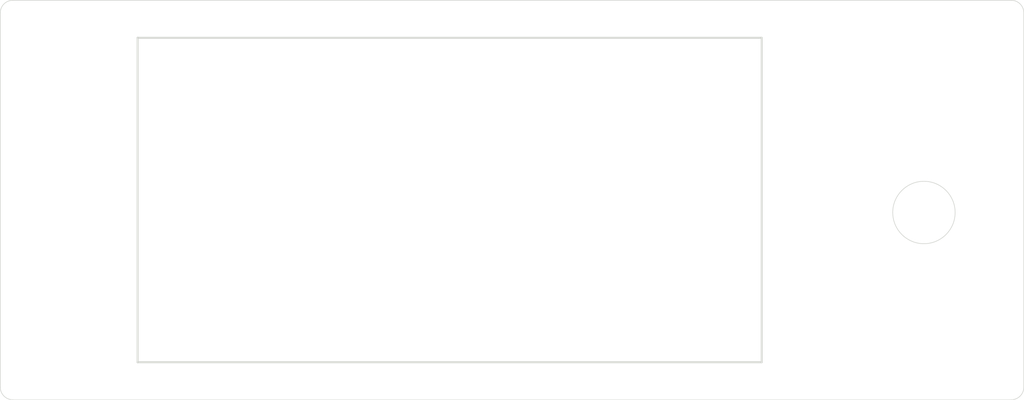
<source format=kicad_pcb>
(kicad_pcb (version 20171130) (host pcbnew "(5.1.2)-1")

  (general
    (thickness 1.6)
    (drawings 13)
    (tracks 0)
    (zones 0)
    (modules 2)
    (nets 1)
  )

  (page A4)
  (title_block
    (title "Perpetual Calendar")
    (date 2024-07-11)
    (rev v1.1)
    (company Crescent)
  )

  (layers
    (0 F.Cu signal)
    (31 B.Cu signal)
    (32 B.Adhes user)
    (33 F.Adhes user)
    (34 B.Paste user)
    (35 F.Paste user)
    (36 B.SilkS user)
    (37 F.SilkS user)
    (38 B.Mask user)
    (39 F.Mask user)
    (40 Dwgs.User user)
    (41 Cmts.User user)
    (42 Eco1.User user)
    (43 Eco2.User user)
    (44 Edge.Cuts user)
    (45 Margin user)
    (46 B.CrtYd user hide)
    (47 F.CrtYd user hide)
    (48 B.Fab user hide)
    (49 F.Fab user hide)
  )

  (setup
    (last_trace_width 0.2)
    (trace_clearance 0.12)
    (zone_clearance 0.508)
    (zone_45_only no)
    (trace_min 0.2)
    (via_size 0.8)
    (via_drill 0.4)
    (via_min_size 0.4)
    (via_min_drill 0.3)
    (uvia_size 0.3)
    (uvia_drill 0.1)
    (uvias_allowed no)
    (uvia_min_size 0.2)
    (uvia_min_drill 0.1)
    (edge_width 0.05)
    (segment_width 0.2)
    (pcb_text_width 0.3)
    (pcb_text_size 1.5 1.5)
    (mod_edge_width 0.12)
    (mod_text_size 1 1)
    (mod_text_width 0.15)
    (pad_size 2.5 2.5)
    (pad_drill 0)
    (pad_to_mask_clearance 0.051)
    (solder_mask_min_width 0.25)
    (aux_axis_origin 0 0)
    (visible_elements 7FFFFFFF)
    (pcbplotparams
      (layerselection 0x010fc_ffffffff)
      (usegerberextensions false)
      (usegerberattributes false)
      (usegerberadvancedattributes false)
      (creategerberjobfile false)
      (excludeedgelayer true)
      (linewidth 0.100000)
      (plotframeref false)
      (viasonmask false)
      (mode 1)
      (useauxorigin false)
      (hpglpennumber 1)
      (hpglpenspeed 20)
      (hpglpendiameter 15.000000)
      (psnegative false)
      (psa4output false)
      (plotreference true)
      (plotvalue true)
      (plotinvisibletext false)
      (padsonsilk false)
      (subtractmaskfromsilk true)
      (outputformat 1)
      (mirror false)
      (drillshape 0)
      (scaleselection 1)
      (outputdirectory "GERBER_FRONT/"))
  )

  (net 0 "")

  (net_class Default "これはデフォルトのネット クラスです。"
    (clearance 0.12)
    (trace_width 0.2)
    (via_dia 0.8)
    (via_drill 0.4)
    (uvia_dia 0.3)
    (uvia_drill 0.1)
  )

  (net_class POW ""
    (clearance 0.12)
    (trace_width 0.4)
    (via_dia 0.8)
    (via_drill 0.4)
    (uvia_dia 0.3)
    (uvia_drill 0.1)
  )

  (net_class POW_B ""
    (clearance 0.2)
    (trace_width 0.4)
    (via_dia 0.8)
    (via_drill 0.4)
    (uvia_dia 0.3)
    (uvia_drill 0.1)
  )

  (module MountingHole:MountingHole_3.2mm_M3 locked (layer F.Cu) (tedit 56D1B4CB) (tstamp 66802351)
    (at 182 137)
    (descr "Mounting Hole 3.2mm, no annular, M3")
    (tags "mounting hole 3.2mm no annular m3")
    (attr virtual)
    (fp_text reference REF2 (at 0 -4.2) (layer F.SilkS) hide
      (effects (font (size 1 1) (thickness 0.15)))
    )
    (fp_text value MountingHole_3.2mm_M3 (at 0 4.2) (layer F.Fab)
      (effects (font (size 1 1) (thickness 0.15)))
    )
    (fp_text user %R (at 0.3 0) (layer F.Fab)
      (effects (font (size 1 1) (thickness 0.15)))
    )
    (fp_circle (center 0 0) (end 3.2 0) (layer Cmts.User) (width 0.15))
    (fp_circle (center 0 0) (end 3.45 0) (layer F.CrtYd) (width 0.05))
    (pad 1 np_thru_hole circle (at 0 0) (size 3.2 3.2) (drill 3.2) (layers *.Cu *.Mask))
  )

  (module MountingHole:MountingHole_3.2mm_M3 locked (layer F.Cu) (tedit 56D1B4CB) (tstamp 6680233F)
    (at 108 137)
    (descr "Mounting Hole 3.2mm, no annular, M3")
    (tags "mounting hole 3.2mm no annular m3")
    (attr virtual)
    (fp_text reference REF1 (at 0 -4.2) (layer F.SilkS) hide
      (effects (font (size 1 1) (thickness 0.15)))
    )
    (fp_text value MountingHole_3.2mm_M3 (at 0 4.2) (layer F.Fab)
      (effects (font (size 1 1) (thickness 0.15)))
    )
    (fp_circle (center 0 0) (end 3.45 0) (layer F.CrtYd) (width 0.05))
    (fp_circle (center 0 0) (end 3.2 0) (layer Cmts.User) (width 0.15))
    (fp_text user %R (at 0.3 0) (layer F.Fab)
      (effects (font (size 1 1) (thickness 0.15)))
    )
    (pad 1 np_thru_hole circle (at 0 0) (size 3.2 3.2) (drill 3.2) (layers *.Cu *.Mask))
  )

  (gr_circle (center 178 126) (end 180.5 126) (layer Edge.Cuts) (width 0.05))
  (gr_arc (start 105 110) (end 105 109) (angle -90) (layer Edge.Cuts) (width 0.05))
  (gr_arc (start 185 110) (end 186 110) (angle -90) (layer Edge.Cuts) (width 0.05))
  (gr_arc (start 185 140) (end 185 141) (angle -90) (layer Edge.Cuts) (width 0.05))
  (gr_arc (start 105 140) (end 104 140) (angle -90) (layer Edge.Cuts) (width 0.05))
  (gr_line (start 165 112) (end 115 112) (layer Edge.Cuts) (width 0.15) (tstamp 667FC7C4))
  (gr_line (start 165 138) (end 165 112) (layer Edge.Cuts) (width 0.15))
  (gr_line (start 115 138) (end 165 138) (layer Edge.Cuts) (width 0.15))
  (gr_line (start 115 112) (end 115 138) (layer Edge.Cuts) (width 0.15))
  (gr_line (start 104 110) (end 104 140) (layer Edge.Cuts) (width 0.05) (tstamp 667FC5E1))
  (gr_line (start 185 109) (end 105 109) (layer Edge.Cuts) (width 0.05))
  (gr_line (start 186 140) (end 186 110) (layer Edge.Cuts) (width 0.05))
  (gr_line (start 105 141) (end 185 141) (layer Edge.Cuts) (width 0.05))

)

</source>
